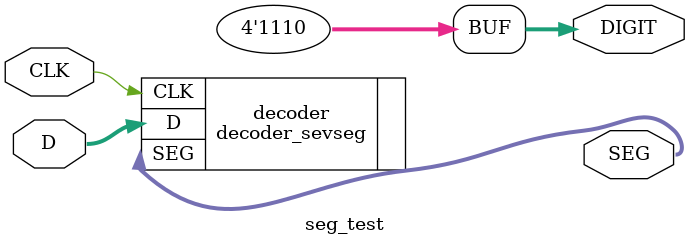
<source format=v>
`timescale 1ns / 1ps
`include "decoder_sevseg.v"
module seg_test(
	input CLK,
	input [3:0] D,
	output [7:0] SEG,
	output [3:0] DIGIT
    );

assign DIGIT = 4'b1110;

decoder_sevseg decoder(.CLK(CLK),
							  .SEG(SEG),
							  .D(D));

endmodule

</source>
